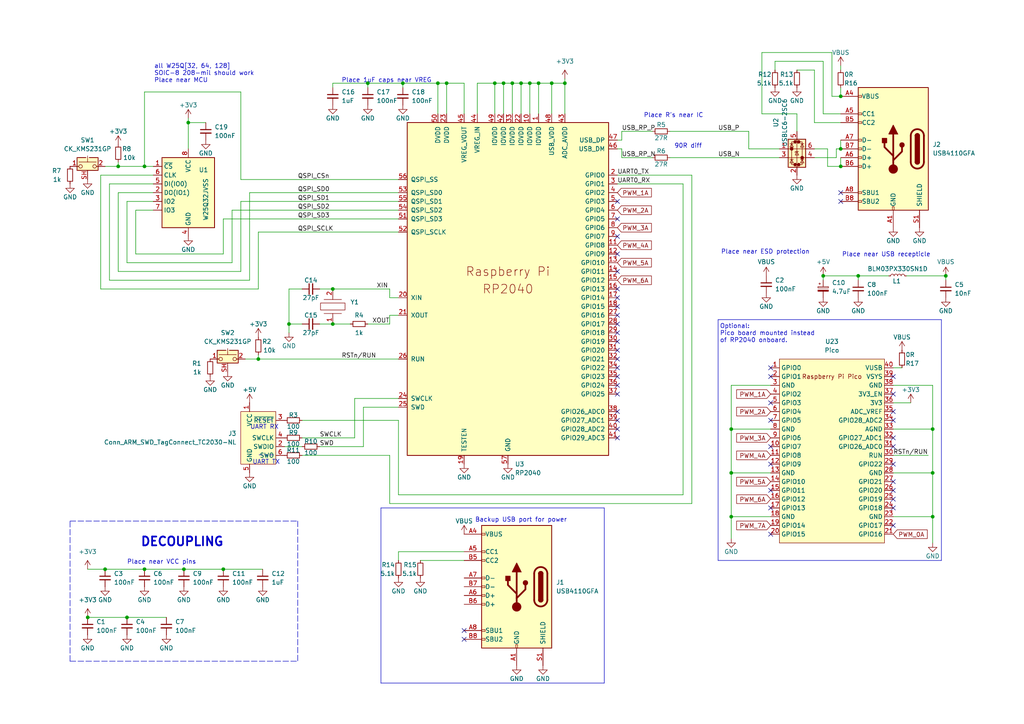
<source format=kicad_sch>
(kicad_sch (version 20231120) (generator "eeschema") (generator_version "8.0")
  (paper "A4")
  (junction (at 106.68 24.13))
  (junction (at 248.92 80.01))
  (junction (at 30.48 165.1))
  (junction (at 64.77 165.1))
  (junction (at 153.67 24.13))
  (junction (at 74.93 104.14))
  (junction (at 36.83 179.07))
  (junction (at 156.21 24.13))
  (junction (at 212.09 149.86))
  (junction (at 96.52 93.98))
  (junction (at 270.51 149.86))
  (junction (at 151.13 24.13))
  (junction (at 83.82 93.98))
  (junction (at 270.51 124.46))
  (junction (at 160.02 24.13))
  (junction (at 148.59 24.13))
  (junction (at 146.05 24.13))
  (junction (at 25.4396 179.07))
  (junction (at 53.34 165.1))
  (junction (at 238.76 80.01))
  (junction (at 116.84 24.13))
  (junction (at 143.51 24.13))
  (junction (at 243.84 27.94))
  (junction (at 243.84 48.26))
  (junction (at 243.84 43.18))
  (junction (at 129.54 24.13))
  (junction (at 274.32 80.01))
  (junction (at 212.09 124.46))
  (junction (at 41.91 48.26))
  (junction (at 34.29 48.26))
  (junction (at 163.83 24.13))
  (junction (at 270.51 137.16))
  (junction (at 127 24.13))
  (junction (at 54.61 35.56))
  (junction (at 41.91 165.1))
  (junction (at 96.52 83.82))
  (junction (at 212.09 137.16))
  (no_connect (at 179.07 73.66))
  (no_connect (at 259.08 144.78))
  (no_connect (at 179.07 114.3))
  (no_connect (at 179.07 121.92))
  (no_connect (at 223.52 129.54))
  (no_connect (at 179.07 91.44))
  (no_connect (at 179.07 119.38))
  (no_connect (at 259.08 114.3))
  (no_connect (at 179.07 96.52))
  (no_connect (at 179.07 106.68))
  (no_connect (at 179.07 58.42))
  (no_connect (at 259.08 119.38))
  (no_connect (at 179.07 88.9))
  (no_connect (at 223.52 154.94))
  (no_connect (at 259.08 121.92))
  (no_connect (at 259.08 142.24))
  (no_connect (at 259.08 134.62))
  (no_connect (at 179.07 111.76))
  (no_connect (at 259.08 152.4))
  (no_connect (at 259.08 139.7))
  (no_connect (at 243.84 55.88))
  (no_connect (at 223.52 109.22))
  (no_connect (at 223.52 134.62))
  (no_connect (at 223.52 142.24))
  (no_connect (at 243.84 58.42))
  (no_connect (at 179.07 99.06))
  (no_connect (at 259.08 127))
  (no_connect (at 179.07 127))
  (no_connect (at 179.07 109.22))
  (no_connect (at 223.52 121.92))
  (no_connect (at 134.62 182.88))
  (no_connect (at 179.07 86.36))
  (no_connect (at 179.07 93.98))
  (no_connect (at 259.08 129.54))
  (no_connect (at 223.52 106.68))
  (no_connect (at 223.52 147.32))
  (no_connect (at 259.08 147.32))
  (no_connect (at 179.07 83.82))
  (no_connect (at 259.08 109.22))
  (no_connect (at 179.07 78.74))
  (no_connect (at 223.52 116.84))
  (no_connect (at 179.07 63.5))
  (no_connect (at 179.07 101.6))
  (no_connect (at 134.62 185.42))
  (no_connect (at 179.07 68.58))
  (no_connect (at 179.07 104.14))
  (no_connect (at 179.07 124.46))
  (wire (pts (xy 115.57 143.51) (xy 198.12 143.51)))
  (polyline (pts (xy 86.36 151.13) (xy 86.36 191.77)) (stroke (width 0) (type dash)))
  (wire (pts (xy 41.91 26.67) (xy 69.85 26.67)))
  (wire (pts (xy 54.61 35.56) (xy 54.61 43.18)))
  (wire (pts (xy 238.76 80.01) (xy 248.92 80.01)))
  (polyline (pts (xy 208.28 92.71) (xy 273.05 92.71)))
  (wire (pts (xy 198.12 143.51) (xy 198.12 53.34)))
  (wire (pts (xy 270.51 137.16) (xy 259.08 137.16)))
  (wire (pts (xy 29.21 50.8) (xy 29.21 83.82)))
  (wire (pts (xy 39.37 73.66) (xy 64.77 73.66)))
  (wire (pts (xy 180.34 40.64) (xy 179.07 40.64)))
  (wire (pts (xy 243.84 19.05) (xy 243.84 20.32)))
  (wire (pts (xy 83.82 83.82) (xy 87.63 83.82)))
  (wire (pts (xy 180.34 45.72) (xy 180.34 43.18)))
  (wire (pts (xy 87.63 132.08) (xy 113.03 132.08)))
  (wire (pts (xy 30.48 48.26) (xy 34.29 48.26)))
  (wire (pts (xy 74.93 67.31) (xy 115.57 67.31)))
  (wire (pts (xy 121.92 162.56) (xy 134.62 162.56)))
  (polyline (pts (xy 175.26 198.12) (xy 110.49 198.12)))
  (wire (pts (xy 92.71 83.82) (xy 96.52 83.82)))
  (wire (pts (xy 113.03 146.05) (xy 200.66 146.05)))
  (wire (pts (xy 236.22 45.72) (xy 242.57 45.72)))
  (wire (pts (xy 87.63 127) (xy 102.87 127)))
  (wire (pts (xy 83.82 96.52) (xy 83.82 93.98)))
  (wire (pts (xy 248.92 80.01) (xy 248.92 81.28)))
  (wire (pts (xy 44.45 53.34) (xy 31.75 53.34)))
  (wire (pts (xy 238.76 80.01) (xy 238.76 81.28)))
  (wire (pts (xy 243.84 45.72) (xy 243.84 48.26)))
  (wire (pts (xy 217.17 38.1) (xy 194.31 38.1)))
  (wire (pts (xy 241.3 27.94) (xy 243.84 27.94)))
  (wire (pts (xy 34.29 48.26) (xy 41.91 48.26)))
  (wire (pts (xy 129.54 24.13) (xy 129.54 33.02)))
  (wire (pts (xy 54.61 35.56) (xy 54.61 34.29)))
  (wire (pts (xy 143.51 33.02) (xy 143.51 24.13)))
  (wire (pts (xy 212.09 124.46) (xy 223.52 124.46)))
  (wire (pts (xy 160.02 24.13) (xy 163.83 24.13)))
  (wire (pts (xy 129.54 24.13) (xy 127 24.13)))
  (wire (pts (xy 105.41 118.11) (xy 105.41 129.54)))
  (wire (pts (xy 270.51 149.86) (xy 270.51 137.16)))
  (wire (pts (xy 262.89 80.01) (xy 274.32 80.01)))
  (wire (pts (xy 83.82 93.98) (xy 83.82 83.82)))
  (wire (pts (xy 92.71 93.98) (xy 96.52 93.98)))
  (wire (pts (xy 25.4396 179.07) (xy 36.83 179.07)))
  (wire (pts (xy 72.39 81.28) (xy 72.39 55.88)))
  (wire (pts (xy 242.57 43.18) (xy 243.84 43.18)))
  (wire (pts (xy 71.12 104.14) (xy 74.93 104.14)))
  (polyline (pts (xy 20.32 151.13) (xy 86.36 151.13)) (stroke (width 0) (type dash)))
  (wire (pts (xy 87.63 129.54) (xy 82.55 129.54)))
  (wire (pts (xy 163.83 22.86) (xy 163.83 24.13)))
  (wire (pts (xy 200.66 50.8) (xy 179.07 50.8)))
  (wire (pts (xy 113.03 86.36) (xy 113.03 83.82)))
  (wire (pts (xy 220.98 33.02) (xy 220.98 15.24)))
  (wire (pts (xy 248.92 80.01) (xy 257.81 80.01)))
  (wire (pts (xy 194.31 45.72) (xy 226.06 45.72)))
  (wire (pts (xy 72.39 55.88) (xy 115.57 55.88)))
  (wire (pts (xy 259.08 132.08) (xy 269.24 132.08)))
  (wire (pts (xy 212.09 137.16) (xy 212.09 124.46)))
  (wire (pts (xy 156.21 24.13) (xy 160.02 24.13)))
  (polyline (pts (xy 273.05 162.56) (xy 208.28 162.56)))
  (wire (pts (xy 156.21 24.13) (xy 156.21 33.02)))
  (wire (pts (xy 41.91 48.26) (xy 44.45 48.26)))
  (wire (pts (xy 224.79 17.78) (xy 224.79 20.32)))
  (wire (pts (xy 116.84 24.13) (xy 116.84 25.4)))
  (wire (pts (xy 146.05 24.13) (xy 148.59 24.13)))
  (wire (pts (xy 69.85 52.07) (xy 115.57 52.07)))
  (wire (pts (xy 96.52 24.13) (xy 106.68 24.13)))
  (polyline (pts (xy 273.05 92.71) (xy 273.05 162.56)))
  (wire (pts (xy 29.21 83.82) (xy 74.93 83.82)))
  (wire (pts (xy 44.45 60.96) (xy 39.37 60.96)))
  (wire (pts (xy 115.57 121.92) (xy 115.57 143.51)))
  (polyline (pts (xy 110.49 147.32) (xy 110.49 198.12)))
  (wire (pts (xy 160.02 24.13) (xy 160.02 33.02)))
  (wire (pts (xy 212.09 111.76) (xy 223.52 111.76)))
  (wire (pts (xy 115.57 86.36) (xy 113.03 86.36)))
  (wire (pts (xy 64.77 165.1) (xy 53.34 165.1)))
  (wire (pts (xy 217.17 43.18) (xy 226.06 43.18)))
  (wire (pts (xy 180.34 43.18) (xy 179.07 43.18)))
  (wire (pts (xy 148.59 24.13) (xy 148.59 33.02)))
  (wire (pts (xy 31.75 53.34) (xy 31.75 81.28)))
  (wire (pts (xy 64.77 73.66) (xy 64.77 63.5)))
  (wire (pts (xy 138.43 33.02) (xy 138.43 24.13)))
  (wire (pts (xy 41.91 48.26) (xy 41.91 26.67)))
  (wire (pts (xy 59.69 35.56) (xy 54.61 35.56)))
  (wire (pts (xy 96.52 24.13) (xy 96.52 25.4)))
  (wire (pts (xy 74.93 83.82) (xy 74.93 67.31)))
  (wire (pts (xy 67.31 60.96) (xy 115.57 60.96)))
  (wire (pts (xy 64.77 63.5) (xy 115.57 63.5)))
  (polyline (pts (xy 110.49 147.32) (xy 175.26 147.32)))
  (wire (pts (xy 36.83 76.2) (xy 67.31 76.2)))
  (wire (pts (xy 34.29 55.88) (xy 34.29 78.74)))
  (wire (pts (xy 259.08 116.84) (xy 264.16 116.84)))
  (wire (pts (xy 113.03 132.08) (xy 113.03 146.05)))
  (wire (pts (xy 217.17 38.1) (xy 217.17 43.18)))
  (wire (pts (xy 69.85 78.74) (xy 69.85 58.42)))
  (wire (pts (xy 116.84 24.13) (xy 106.68 24.13)))
  (wire (pts (xy 44.45 58.42) (xy 36.83 58.42)))
  (wire (pts (xy 87.63 121.92) (xy 115.57 121.92)))
  (wire (pts (xy 270.51 124.46) (xy 270.51 111.76)))
  (wire (pts (xy 36.83 179.07) (xy 48.26 179.07)))
  (wire (pts (xy 69.85 26.67) (xy 69.85 52.07)))
  (wire (pts (xy 212.09 137.16) (xy 223.52 137.16)))
  (wire (pts (xy 74.93 104.14) (xy 115.57 104.14)))
  (wire (pts (xy 240.03 48.26) (xy 243.84 48.26)))
  (wire (pts (xy 74.93 102.87) (xy 74.93 104.14)))
  (wire (pts (xy 189.23 45.72) (xy 180.34 45.72)))
  (wire (pts (xy 270.51 157.48) (xy 270.51 149.86)))
  (wire (pts (xy 151.13 24.13) (xy 151.13 33.02)))
  (wire (pts (xy 34.29 46.99) (xy 34.29 48.26)))
  (wire (pts (xy 44.45 55.88) (xy 34.29 55.88)))
  (wire (pts (xy 151.13 24.13) (xy 153.67 24.13)))
  (wire (pts (xy 36.83 58.42) (xy 36.83 76.2)))
  (wire (pts (xy 67.31 76.2) (xy 67.31 60.96)))
  (wire (pts (xy 115.57 160.02) (xy 134.62 160.02)))
  (wire (pts (xy 102.87 115.57) (xy 115.57 115.57)))
  (wire (pts (xy 105.41 129.54) (xy 92.71 129.54)))
  (wire (pts (xy 236.22 20.32) (xy 236.22 35.56)))
  (wire (pts (xy 25.4396 179.07) (xy 25.4 179.07)))
  (polyline (pts (xy 208.28 92.71) (xy 208.28 162.56)))
  (wire (pts (xy 200.66 146.05) (xy 200.66 50.8)))
  (wire (pts (xy 53.34 165.1) (xy 41.91 165.1)))
  (wire (pts (xy 274.32 81.28) (xy 274.32 80.01)))
  (wire (pts (xy 69.85 58.42) (xy 115.57 58.42)))
  (wire (pts (xy 236.22 43.18) (xy 240.03 43.18)))
  (wire (pts (xy 241.3 15.24) (xy 241.3 27.94)))
  (wire (pts (xy 134.62 33.02) (xy 134.62 24.13)))
  (wire (pts (xy 31.75 81.28) (xy 72.39 81.28)))
  (wire (pts (xy 238.76 33.02) (xy 238.76 17.78)))
  (wire (pts (xy 270.51 111.76) (xy 259.08 111.76)))
  (wire (pts (xy 96.52 93.98) (xy 101.6 93.98)))
  (wire (pts (xy 270.51 137.16) (xy 270.51 124.46)))
  (wire (pts (xy 39.37 60.96) (xy 39.37 73.66)))
  (wire (pts (xy 259.08 124.46) (xy 270.51 124.46)))
  (wire (pts (xy 212.09 124.46) (xy 212.09 111.76)))
  (wire (pts (xy 148.59 24.13) (xy 151.13 24.13)))
  (wire (pts (xy 242.57 45.72) (xy 242.57 43.18)))
  (wire (pts (xy 44.45 50.8) (xy 29.21 50.8)))
  (wire (pts (xy 243.84 25.4) (xy 243.84 27.94)))
  (wire (pts (xy 153.67 24.13) (xy 153.67 33.02)))
  (wire (pts (xy 238.76 17.78) (xy 224.79 17.78)))
  (wire (pts (xy 220.98 15.24) (xy 241.3 15.24)))
  (wire (pts (xy 102.87 127) (xy 102.87 115.57)))
  (wire (pts (xy 115.57 160.02) (xy 115.57 162.56)))
  (wire (pts (xy 105.41 118.11) (xy 115.57 118.11)))
  (wire (pts (xy 231.14 20.32) (xy 236.22 20.32)))
  (wire (pts (xy 212.09 156.21) (xy 212.09 149.86)))
  (wire (pts (xy 261.62 106.68) (xy 259.08 106.68)))
  (wire (pts (xy 113.03 93.98) (xy 113.03 91.44)))
  (wire (pts (xy 153.67 24.13) (xy 156.21 24.13)))
  (wire (pts (xy 240.03 43.18) (xy 240.03 48.26)))
  (wire (pts (xy 243.84 33.02) (xy 238.76 33.02)))
  (polyline (pts (xy 20.32 191.77) (xy 20.32 151.13)) (stroke (width 0) (type dash)))
  (wire (pts (xy 138.43 24.13) (xy 143.51 24.13)))
  (wire (pts (xy 163.83 24.13) (xy 163.83 33.02)))
  (wire (pts (xy 236.22 35.56) (xy 243.84 35.56)))
  (wire (pts (xy 243.84 40.64) (xy 243.84 43.18)))
  (wire (pts (xy 180.34 38.1) (xy 180.34 40.64)))
  (wire (pts (xy 212.09 149.86) (xy 223.52 149.86)))
  (wire (pts (xy 25.4 165.1) (xy 30.48 165.1)))
  (wire (pts (xy 113.03 91.44) (xy 115.57 91.44)))
  (wire (pts (xy 106.68 24.13) (xy 106.68 25.4)))
  (wire (pts (xy 189.23 38.1) (xy 180.34 38.1)))
  (wire (pts (xy 96.52 83.82) (xy 113.03 83.82)))
  (wire (pts (xy 64.77 165.1) (xy 76.2 165.1)))
  (wire (pts (xy 34.29 78.74) (xy 69.85 78.74)))
  (wire (pts (xy 41.91 165.1) (xy 30.48 165.1)))
  (wire (pts (xy 127 24.13) (xy 127 33.02)))
  (wire (pts (xy 270.51 149.86) (xy 259.08 149.86)))
  (wire (pts (xy 146.05 24.13) (xy 146.05 33.02)))
  (polyline (pts (xy 175.26 147.32) (xy 175.26 198.12)))
  (wire (pts (xy 212.09 149.86) (xy 212.09 137.16)))
  (wire (pts (xy 231.14 33.02) (xy 220.98 33.02)))
  (wire (pts (xy 134.62 24.13) (xy 129.54 24.13)))
  (wire (pts (xy 127 24.13) (xy 116.84 24.13)))
  (wire (pts (xy 231.14 38.1) (xy 231.14 33.02)))
  (wire (pts (xy 198.12 53.34) (xy 179.07 53.34)))
  (wire (pts (xy 143.51 24.13) (xy 146.05 24.13)))
  (wire (pts (xy 83.82 93.98) (xy 87.63 93.98)))
  (polyline (pts (xy 20.32 191.77) (xy 86.36 191.77)) (stroke (width 0) (type dash)))
  (wire (pts (xy 106.68 93.98) (xy 113.03 93.98)))
  (text "Place near USB recepticle" (at 257.048 73.914 0) (effects (font (size 1.27 1.27))))
  (text "Place R's near IC" (at 186.69 34.29 0) (effects (font (size 1.27 1.27)) (justify left bottom)))
  (text "---\nUART TX" (at 77.216 133.096 0) (effects (font (size 1.27 1.27))))
  (text "Optional: \nPico board mounted instead \nof RP2040 onboard." (at 208.788 96.774 0) (effects (font (size 1.27 1.27)) (justify left)))
  (text "---\nUART RX" (at 76.708 122.936 0) (effects (font (size 1.27 1.27))))
  (text "Place near ESD protection" (at 221.996 73.152 0) (effects (font (size 1.27 1.27))))
  (text "all W25Q[32, 64, 128]\nSOIC-8 208-mil should work\nPlace near MCU" (at 44.704 24.13 0) (effects (font (size 1.27 1.27)) (justify left bottom)))
  (text "Place 1uF caps near VREG" (at 99.06 24.13 0) (effects (font (size 1.27 1.27)) (justify left bottom)))
  (text "Place near VCC pins" (at 36.83 163.83 0) (effects (font (size 1.27 1.27)) (justify left bottom)))
  (text "90R diff" (at 195.58 43.18 0) (effects (font (size 1.27 1.27)) (justify left bottom)))
  (text "DECOUPLING" (at 40.64 158.75 0) (effects (font (size 2.54 2.54) (thickness 0.508) (bold yes)) (justify left bottom)))
  (text "Backup USB port for power" (at 151.13 150.876 0) (effects (font (size 1.27 1.27))))
  (label "USB_N" (at 208.28 45.72 0))
  (label "USB_RP_P" (at 180.34 38.1 0))
  (label "QSPI_CSn" (at 86.36 52.07 0))
  (label "RSTn{slash}RUN" (at 99.06 104.14 0))
  (label "SWCLK" (at 92.71 127 0))
  (label "QSPI_SD1" (at 86.36 58.42 0))
  (label "XOUT" (at 107.95 93.98 0))
  (label "QSPI_SD3" (at 86.36 63.5 0))
  (label "USB_RP_N" (at 180.34 45.72 0))
  (label "USB_P" (at 208.28 38.1 0))
  (label "QSPI_SD0" (at 86.36 55.88 0))
  (label "RSTn{slash}RUN" (at 259.08 132.08 0))
  (label "UART0_TX" (at 179.07 50.8 0))
  (label "XIN" (at 109.22 83.82 0))
  (label "SWD" (at 92.71 129.54 0))
  (label "QSPI_SCLK" (at 86.36 67.31 0))
  (label "QSPI_SD2" (at 86.36 60.96 0))
  (label "UART0_RX" (at 179.07 53.34 0))
  (global_label "PWM_1A" (shape input) (at 223.52 114.3 180) (property "Intersheetrefs" "${INTERSHEET_REFS}" (effects (hide yes))))
  (global_label "PWM_6A" (shape input) (at 179.07 81.28 0) (property "Intersheetrefs" "${INTERSHEET_REFS}" (effects (hide yes))))
  (global_label "PWM_5A" (shape input) (at 179.07 76.2 0) (property "Intersheetrefs" "${INTERSHEET_REFS}" (effects (hide yes))))
  (global_label "PWM_1A" (shape input) (at 179.07 55.88 0) (property "Intersheetrefs" "${INTERSHEET_REFS}" (effects (hide yes))))
  (global_label "PWM_6A" (shape input) (at 223.52 144.78 180) (property "Intersheetrefs" "${INTERSHEET_REFS}" (effects (hide yes))))
  (global_label "PWM_5A" (shape input) (at 223.52 139.7 180) (property "Intersheetrefs" "${INTERSHEET_REFS}" (effects (hide yes))))
  (global_label "PWM_3A" (shape input) (at 223.52 127 180) (property "Intersheetrefs" "${INTERSHEET_REFS}" (effects (hide yes))))
  (global_label "PWM_7A" (shape input) (at 223.52 152.4 180) (property "Intersheetrefs" "${INTERSHEET_REFS}" (effects (hide yes))))
  (global_label "PWM_4A" (shape input) (at 223.52 132.08 180) (property "Intersheetrefs" "${INTERSHEET_REFS}" (effects (hide yes))))
  (global_label "PWM_4A" (shape input) (at 179.07 71.12 0) (property "Intersheetrefs" "${INTERSHEET_REFS}" (effects (hide yes))))
  (global_label "PWM_3A" (shape input) (at 179.07 66.04 0) (property "Intersheetrefs" "${INTERSHEET_REFS}" (effects (hide yes))))
  (global_label "PWM_0A" (shape input) (at 259.08 154.94 0) (property "Intersheetrefs" "${INTERSHEET_REFS}" (effects (hide yes))))
  (global_label "PWM_2A" (shape input) (at 223.52 119.38 180) (property "Intersheetrefs" "${INTERSHEET_REFS}" (effects (hide yes))))
  (global_label "PWM_2A" (shape input) (at 179.07 60.96 0) (property "Intersheetrefs" "${INTERSHEET_REFS}" (effects (hide yes))))
  (symbol (lib_id "Device:R_Small") (at 85.09 121.92 90) (unit 1)
    (property "Reference" "R3" (at 85.09 120.396 90))
    (property "Value" "100" (at 85.09 123.698 90))
    (property "Footprint" "Resistor_SMD:R_0402_1005Metric" (effects (hide yes)))
    (property "LCSC" "C279981" (effects (hide yes)))
  )
  (symbol (lib_id "power:VBUS") (at 261.62 101.6 0) (unit 1)
    (property "Reference" "#PWR200" (effects (hide yes)))
    (property "Value" "VBUS" (at 261.62 97.79 0))
    (property "Description" "Power symbol creates a global label with name \"VBUS\"" (effects (hide yes)))
  )
  (symbol (lib_id "power:+3V3") (at 163.83 22.86 0) (unit 1)
    (property "Reference" "#PWR39" (effects (hide yes)))
    (property "Value" "+3V3" (at 163.83 17.78 0))
  )
  (symbol (lib_id "power:GND") (at 149.86 193.04 0) (unit 1)
    (property "Reference" "#PWR101" (effects (hide yes)))
    (property "Value" "GND" (at 149.86 196.85 0))
  )
  (symbol (lib_id "Device:C_Small") (at 64.77 167.64 0) (unit 1)
    (property "Reference" "C11" (at 67.31 166.3762 0) (effects (justify left)))
    (property "Value" "100nF" (at 67.31 168.9162 0) (effects (justify left)))
    (property "Footprint" "Capacitor_SMD:C_0402_1005Metric" (effects (hide yes)))
    (property "LCSC" "C1525" (effects (hide yes)))
  )
  (symbol (lib_id "power:GND") (at 157.48 193.04 0) (unit 1)
    (property "Reference" "#PWR102" (effects (hide yes)))
    (property "Value" "GND" (at 157.48 196.85 0))
  )
  (symbol (lib_id "power:GND") (at 36.83 184.15 0) (unit 1)
    (property "Reference" "#PWR7" (effects (hide yes)))
    (property "Value" "GND" (at 36.83 187.96 0))
  )
  (symbol (lib_id "Device:R_Small") (at 231.14 22.86 0) (unit 1)
    (property "Reference" "R13" (at 230.124 21.59 0) (effects (justify right)))
    (property "Value" "5.1k" (at 230.124 24.13 0) (effects (justify right)))
    (property "Footprint" "Resistor_SMD:R_0402_1005Metric" (effects (hide yes)))
    (property "LCSC" "C279981" (effects (hide yes)))
  )
  (symbol (lib_id "power:GND") (at 60.96 109.22 0) (mirror y) (unit 1)
    (property "Reference" "#PWR25" (effects (hide yes)))
    (property "Value" "GND" (at 60.96 113.03 0))
  )
  (symbol (lib_id "power:GND") (at 25.4 184.15 0) (unit 1)
    (property "Reference" "#PWR2" (effects (hide yes)))
    (property "Value" "GND" (at 25.4 187.96 0))
  )
  (symbol (lib_id "Device:C_Polarized_Small") (at 238.76 83.82 0) (unit 1)
    (property "Reference" "C10" (at 241.3 82.0038 0) (effects (justify left)))
    (property "Value" "4.7uF" (at 241.3 84.5438 0) (effects (justify left)))
    (property "Footprint" "Capacitor_SMD:C_Elec_4x5.4" (effects (hide yes)))
    (property "Description" "Polarized capacitor, small symbol" (effects (hide yes)))
    (property "Part Number" "865080640004" (effects (hide yes)))
  )
  (symbol (lib_id "Connector:USB_C_Receptacle_USB2.0_16P") (at 259.08 43.18 0) (mirror y) (unit 1)
    (property "Reference" "J2" (at 270.51 41.9099 0) (effects (justify right)))
    (property "Value" "USB4110GFA" (at 270.51 44.4499 0) (effects (justify right)))
    (property "Footprint" "USB4110GFA_footprints:USB4110-GF-A_GCT" (effects (hide yes)))
    (property "Datasheet" "https://www.usb.org/sites/default/files/documents/usb_type-c.zip" (effects (hide yes)))
    (property "Description" "USB 2.0-only 16P Type-C Receptacle connector" (effects (hide yes)))
  )
  (symbol (lib_id "Device:R_Small") (at 121.92 165.1 0) (unit 1)
    (property "Reference" "R15" (at 120.904 163.83 0) (effects (justify right)))
    (property "Value" "5.1k" (at 120.904 166.37 0) (effects (justify right)))
    (property "Footprint" "Resistor_SMD:R_0402_1005Metric" (effects (hide yes)))
    (property "LCSC" "C279981" (effects (hide yes)))
  )
  (symbol (lib_id "Power_Protection:USBLC6-2SC6") (at 231.14 43.18 0) (unit 1)
    (property "Reference" "U2" (at 225.044 35.56 90))
    (property "Value" "USBLC6-2SC6" (at 227.584 35.56 90))
    (property "Footprint" "Package_TO_SOT_SMD:SOT-23-6" (effects (hide yes)))
    (property "Datasheet" "https://www.st.com/resource/en/datasheet/usblc6-2.pdf" (effects (hide yes)))
    (property "Description" "Very low capacitance ESD protection diode, 2 data-line, SOT-23-6" (effects (hide yes)))
  )
  (symbol (lib_id "power:GND") (at 66.04 107.95 0) (mirror y) (unit 1)
    (property "Reference" "#PWR26" (effects (hide yes)))
    (property "Value" "GND" (at 66.04 111.76 0))
  )
  (symbol (lib_id "Device:C_Small") (at 76.2 167.64 0) (unit 1)
    (property "Reference" "C12" (at 78.74 166.3762 0) (effects (justify left)))
    (property "Value" "1uF" (at 78.74 168.9162 0) (effects (justify left)))
    (property "Footprint" "Capacitor_SMD:C_0402_1005Metric" (effects (hide yes)))
    (property "LCSC" "C52923" (effects (hide yes)))
  )
  (symbol (lib_id "power:GND") (at 222.25 85.09 0) (mirror y) (unit 1)
    (property "Reference" "#PWR16" (effects (hide yes)))
    (property "Value" "GND" (at 222.25 88.9 0))
  )
  (symbol (lib_id "Device:C_Small") (at 53.34 167.64 0) (unit 1)
    (property "Reference" "C9" (at 55.88 166.3762 0) (effects (justify left)))
    (property "Value" "100nF" (at 55.88 168.9162 0) (effects (justify left)))
    (property "Footprint" "Capacitor_SMD:C_0402_1005Metric" (effects (hide yes)))
    (property "LCSC" "C1525" (effects (hide yes)))
  )
  (symbol (lib_id "Device:R_Small") (at 90.17 129.54 90) (unit 1)
    (property "Reference" "R10" (at 90.17 128.016 90))
    (property "Value" "100" (at 90.17 131.318 90))
    (property "Footprint" "Resistor_SMD:R_0402_1005Metric" (effects (hide yes)))
    (property "LCSC" "C279981" (effects (hide yes)))
  )
  (symbol (lib_id "Device:C_Small") (at 90.17 83.82 90) (unit 1)
    (property "Reference" "C14" (at 90.17 81.28 90))
    (property "Value" "27pF" (at 90.17 86.36 90))
    (property "Footprint" "Capacitor_SMD:C_0402_1005Metric" (effects (hide yes)))
    (property "LCSC" "C126504" (effects (hide yes)))
  )
  (symbol (lib_id "Device:R_Small") (at 243.84 22.86 180) (unit 1)
    (property "Reference" "R16" (at 244.856 24.13 0) (effects (justify right)))
    (property "Value" "0R" (at 244.856 21.59 0) (effects (justify right)))
    (property "Footprint" "Resistor_SMD:R_0402_1005Metric" (effects (hide yes)))
    (property "LCSC" "C279981" (effects (hide yes)))
  )
  (symbol (lib_id "power:GND") (at 115.57 167.64 0) (mirror y) (unit 1)
    (property "Reference" "#PWR91" (effects (hide yes)))
    (property "Value" "GND" (at 115.57 171.45 0))
  )
  (symbol (lib_id "Device:R_Small") (at 104.14 93.98 90) (unit 1)
    (property "Reference" "R4" (at 104.14 91.44 90))
    (property "Value" "1k" (at 104.14 96.52 90))
    (property "Footprint" "Resistor_SMD:R_0402_1005Metric" (effects (hide yes)))
    (property "LCSC" "C11702" (effects (hide yes)))
  )
  (symbol (lib_id "Device:C_Small") (at 41.91 167.64 0) (unit 1)
    (property "Reference" "C6" (at 44.45 166.3762 0) (effects (justify left)))
    (property "Value" "100nF" (at 44.45 168.9162 0) (effects (justify left)))
    (property "Footprint" "Capacitor_SMD:C_0402_1005Metric" (effects (hide yes)))
    (property "LCSC" "C1525" (effects (hide yes)))
  )
  (symbol (lib_id "Device:C_Small") (at 106.68 27.94 0) (unit 1)
    (property "Reference" "C17" (at 109.22 26.6762 0) (effects (justify left)))
    (property "Value" "100nF" (at 109.22 29.2162 0) (effects (justify left)))
    (property "Footprint" "Capacitor_SMD:C_0402_1005Metric" (effects (hide yes)))
    (property "LCSC" "C1525" (effects (hide yes)))
  )
  (symbol (lib_id "Device:C_Small") (at 90.17 93.98 90) (unit 1)
    (property "Reference" "C15" (at 90.17 91.44 90))
    (property "Value" "27pF" (at 90.17 96.52 90))
    (property "Footprint" "Capacitor_SMD:C_0402_1005Metric" (effects (hide yes)))
    (property "LCSC" "C126504" (effects (hide yes)))
  )
  (symbol (lib_id "MCU_RaspberryPi_RP2040:RP2040") (at 147.32 83.82 0) (unit 1)
    (property "Reference" "U3" (at 149.3394 134.62 0) (effects (justify left)))
    (property "Value" "RP2040" (at 149.3394 137.16 0) (effects (justify left)))
    (property "Footprint" "Package_DFN_QFN:QFN-56-1EP_7x7mm_P0.4mm_EP3.2x3.2mm_ThermalVias" (effects (hide yes)))
    (property "LCSC" "C2040" (effects (hide yes)))
  )
  (symbol (lib_id "Device:C_Small") (at 274.32 83.82 0) (unit 1)
    (property "Reference" "C5" (at 276.86 82.5562 0) (effects (justify left)))
    (property "Value" "10nF" (at 276.86 85.0962 0) (effects (justify left)))
    (property "Footprint" "Capacitor_SMD:C_0402_1005Metric" (effects (hide yes)))
    (property "LCSC" "C1525" (effects (hide yes)))
  )
  (symbol (lib_id "Device:C_Small") (at 116.84 27.94 0) (unit 1)
    (property "Reference" "C18" (at 119.38 26.6762 0) (effects (justify left)))
    (property "Value" "100nF" (at 119.38 29.2162 0) (effects (justify left)))
    (property "Footprint" "Capacitor_SMD:C_0402_1005Metric" (effects (hide yes)))
    (property "LCSC" "C1525" (effects (hide yes)))
  )
  (symbol (lib_id "Device:R_Small") (at 60.96 106.68 0) (unit 1)
    (property "Reference" "R1" (at 58.42 105.4099 0) (effects (justify right)))
    (property "Value" "1k" (at 58.42 107.9499 0) (effects (justify right)))
    (property "Footprint" "Resistor_SMD:R_0402_1005Metric" (effects (hide yes)))
    (property "LCSC" "C279981" (effects (hide yes)))
  )
  (symbol (lib_id "power:GND") (at 266.7 66.04 0) (unit 1)
    (property "Reference" "#PWR10" (effects (hide yes)))
    (property "Value" "GND" (at 266.7 69.85 0))
  )
  (symbol (lib_id "Device:R_Small") (at 20.32 50.8 0) (unit 1)
    (property "Reference" "R7" (at 17.78 49.5299 0) (effects (justify right)))
    (property "Value" "1k" (at 17.78 52.0699 0) (effects (justify right)))
    (property "Footprint" "Resistor_SMD:R_0402_1005Metric" (effects (hide yes)))
    (property "LCSC" "C279981" (effects (hide yes)))
  )
  (symbol (lib_id "Switch:CK_KMS2xxGP") (at 25.4 48.26 0) (unit 1)
    (property "Reference" "SW1" (at 25.4 40.64 0))
    (property "Value" "CK_KMS231GP" (at 25.4 43.18 0))
    (property "Footprint" "Button_Switch_SMD:SW_SPST_CK_KMS2xxGP" (effects (hide yes)))
    (property "Datasheet" "https://www.ckswitches.com/media/1482/kms.pdf" (effects (hide yes)))
    (property "Description" "Microminiature SMT Side Actuated, 4.2 x 2.8 x 1.42mm, with pegs, with shield pin" (effects (hide yes)))
  )
  (symbol (lib_id "power:GND") (at 248.92 86.36 0) (unit 1)
    (property "Reference" "#PWR21" (effects (hide yes)))
    (property "Value" "GND" (at 248.92 90.17 0))
  )
  (symbol (lib_id "power:VBUS") (at 274.32 80.01 0) (unit 1)
    (property "Reference" "#PWR19" (effects (hide yes)))
    (property "Value" "VBUS" (at 274.32 75.946 0))
    (property "Description" "Power symbol creates a global label with name \"VBUS\"" (effects (hide yes)))
  )
  (symbol (lib_id "Device:R_Small") (at 85.09 132.08 90) (unit 1)
    (property "Reference" "R11" (at 85.09 130.556 90))
    (property "Value" "100" (at 85.09 133.858 90))
    (property "Footprint" "Resistor_SMD:R_0402_1005Metric" (effects (hide yes)))
    (property "LCSC" "C279981" (effects (hide yes)))
  )
  (symbol (lib_id "Device:R_Small") (at 74.93 100.33 0) (unit 1)
    (property "Reference" "R2" (at 78.74 99.06 0) (effects (justify right)))
    (property "Value" "10k" (at 80.01 101.6 0) (effects (justify right)))
    (property "Footprint" "Resistor_SMD:R_0402_1005Metric" (effects (hide yes)))
    (property "LCSC" "C140214" (effects (hide yes)))
  )
  (symbol (lib_id "power:+3V3") (at 25.4 165.1 0) (unit 1)
    (property "Reference" "#PWR1" (effects (hide yes)))
    (property "Value" "+3V3" (at 25.4 160.02 0))
  )
  (symbol (lib_id "power:+3V3") (at 54.61 34.29 0) (mirror y) (unit 1)
    (property "Reference" "#PWR31" (effects (hide yes)))
    (property "Value" "+3V3" (at 54.61 30.48 0))
  )
  (symbol (lib_id "Device:R_Small") (at 191.77 38.1 90) (unit 1)
    (property "Reference" "R5" (at 191.77 36.195 90))
    (property "Value" "27R" (at 191.77 40.005 90))
    (property "Footprint" "Resistor_SMD:R_0402_1005Metric" (effects (hide yes)))
    (property "LCSC" "C25100" (effects (hide yes)))
  )
  (symbol (lib_id "power:GND") (at 20.32 53.34 0) (mirror y) (unit 1)
    (property "Reference" "#PWR41" (effects (hide yes)))
    (property "Value" "GND" (at 20.32 57.15 0))
  )
  (symbol (lib_id "Device:R_Small") (at 261.62 104.14 180) (unit 1)
    (property "Reference" "R17" (at 262.636 105.41 0) (effects (justify right)))
    (property "Value" "0R" (at 262.636 102.87 0) (effects (justify right)))
    (property "Footprint" "Resistor_SMD:R_0402_1005Metric" (effects (hide yes)))
    (property "LCSC" "C279981" (effects (hide yes)))
  )
  (symbol (lib_id "Memory_Flash:W25Q32JVSS") (at 54.61 55.88 0) (unit 1)
    (property "Reference" "U1" (at 57.658 49.276 0) (effects (justify left)))
    (property "Value" "W25Q32JVSS" (at 59.69 64.008 90) (effects (justify left)))
    (property "Footprint" "Package_SO:SOIC-8_5.23x5.23mm_P1.27mm" (effects (hide yes)))
    (property "Datasheet" "http://www.winbond.com/resource-files/w25q32jv%20revg%2003272018%20plus.pdf" (effects (hide yes)))
    (property "Description" "32Mb Serial Flash Memory, Standard/Dual/Quad SPI, SOIC-8" (effects (hide yes)))
  )
  (symbol (lib_id "power:+3V3") (at 264.16 116.84 0) (mirror y) (unit 1)
    (property "Reference" "#PWR201" (effects (hide yes)))
    (property "Value" "+3V3" (at 264.16 113.03 0))
  )
  (symbol (lib_id "power:+3V3") (at 34.29 41.91 0) (mirror y) (unit 1)
    (property "Reference" "#PWR42" (effects (hide yes)))
    (property "Value" "+3V3" (at 34.29 38.1 0))
  )
  (symbol (lib_id "Device:C_Small") (at 48.26 181.61 0) (unit 1)
    (property "Reference" "C7" (at 50.8 180.3462 0) (effects (justify left)))
    (property "Value" "100nF" (at 50.8 182.8862 0) (effects (justify left)))
    (property "Footprint" "Capacitor_SMD:C_0402_1005Metric" (effects (hide yes)))
    (property "LCSC" "C1525" (effects (hide yes)))
  )
  (symbol (lib_id "Device:C_Small") (at 36.83 181.61 0) (unit 1)
    (property "Reference" "C4" (at 39.37 180.3462 0) (effects (justify left)))
    (property "Value" "100nF" (at 39.37 182.8862 0) (effects (justify left)))
    (property "Footprint" "Capacitor_SMD:C_0402_1005Metric" (effects (hide yes)))
    (property "LCSC" "C1525" (effects (hide yes)))
  )
  (symbol (lib_id "power:GND") (at 25.4 52.07 0) (mirror y) (unit 1)
    (property "Reference" "#PWR40" (effects (hide yes)))
    (property "Value" "GND" (at 25.4 55.88 0))
  )
  (symbol (lib_id "power:GND") (at 121.92 167.64 0) (mirror y) (unit 1)
    (property "Reference" "#PWR97" (effects (hide yes)))
    (property "Value" "GND" (at 121.92 171.45 0))
  )
  (symbol (lib_id "power:GND") (at 72.39 137.16 0) (mirror y) (unit 1)
    (property "Reference" "#PWR28" (effects (hide yes)))
    (property "Value" "GND" (at 72.39 140.97 0))
  )
  (symbol (lib_id "power:GND") (at 48.26 184.15 0) (unit 1)
    (property "Reference" "#PWR14" (effects (hide yes)))
    (property "Value" "GND" (at 48.26 187.96 0))
  )
  (symbol (lib_id "Device:C_Small") (at 248.92 83.82 0) (unit 1)
    (property "Reference" "C8" (at 251.46 82.5562 0) (effects (justify left)))
    (property "Value" "100nF" (at 251.46 85.0962 0) (effects (justify left)))
    (property "Footprint" "Capacitor_SMD:C_0402_1005Metric" (effects (hide yes)))
    (property "LCSC" "C1525" (effects (hide yes)))
  )
  (symbol (lib_id "Switch:CK_KMS2xxGP") (at 66.04 104.14 0) (unit 1)
    (property "Reference" "SW2" (at 66.04 96.52 0))
    (property "Value" "CK_KMS231GP" (at 66.04 99.06 0))
    (property "Footprint" "Button_Switch_SMD:SW_SPST_CK_KMS2xxGP" (effects (hide yes)))
    (property "Datasheet" "https://www.ckswitches.com/media/1482/kms.pdf" (effects (hide yes)))
    (property "Description" "Microminiature SMT Side Actuated, 4.2 x 2.8 x 1.42mm, with pegs, with shield pin" (effects (hide yes)))
  )
  (symbol (lib_id "Device:R_Small") (at 115.57 165.1 0) (unit 1)
    (property "Reference" "R14" (at 114.554 163.83 0) (effects (justify right)))
    (property "Value" "5.1k" (at 114.554 166.37 0) (effects (justify right)))
    (property "Footprint" "Resistor_SMD:R_0402_1005Metric" (effects (hide yes)))
    (property "LCSC" "C279981" (effects (hide yes)))
  )
  (symbol (lib_id "Device:R_Small") (at 85.09 127 90) (unit 1)
    (property "Reference" "R9" (at 85.09 125.476 90))
    (property "Value" "100" (at 85.09 128.778 90))
    (property "Footprint" "Resistor_SMD:R_0402_1005Metric" (effects (hide yes)))
    (property "LCSC" "C279981" (effects (hide yes)))
  )
  (symbol (lib_id "power:GND") (at 59.69 40.64 0) (unit 1)
    (property "Reference" "#PWR32" (effects (hide yes)))
    (property "Value" "GND" (at 59.69 44.45 0))
  )
  (symbol (lib_id "power:GND") (at 54.61 68.58 0) (unit 1)
    (property "Reference" "#PWR43" (effects (hide yes)))
    (property "Value" "GND" (at 54.61 72.39 0))
  )
  (symbol (lib_id "power:GND") (at 231.14 25.4 0) (mirror y) (unit 1)
    (property "Reference" "#PWR13" (effects (hide yes)))
    (property "Value" "GND" (at 231.14 29.21 0))
  )
  (symbol (lib_id "Device:R_Small") (at 224.79 22.86 0) (unit 1)
    (property "Reference" "R12" (at 223.774 21.59 0) (effects (justify right)))
    (property "Value" "5.1k" (at 223.774 24.13 0) (effects (justify right)))
    (property "Footprint" "Resistor_SMD:R_0402_1005Metric" (effects (hide yes)))
    (property "LCSC" "C279981" (effects (hide yes)))
  )
  (symbol (lib_id "power:GND") (at 224.79 25.4 0) (mirror y) (unit 1)
    (property "Reference" "#PWR12" (effects (hide yes)))
    (property "Value" "GND" (at 224.79 29.21 0))
  )
  (symbol (lib_id "power:GND") (at 231.14 50.8 0) (unit 1)
    (property "Reference" "#PWR11" (effects (hide yes)))
    (property "Value" "GND" (at 231.14 54.61 0))
  )
  (symbol (lib_id "Device:C_Small") (at 25.4 181.61 0) (unit 1)
    (property "Reference" "C1" (at 27.94 180.3462 0) (effects (justify left)))
    (property "Value" "100nF" (at 27.94 182.8862 0) (effects (justify left)))
    (property "Footprint" "Capacitor_SMD:C_0402_1005Metric" (effects (hide yes)))
    (property "LCSC" "C1525" (effects (hide yes)))
  )
  (symbol (lib_id "power:GND") (at 30.48 170.18 0) (unit 1)
    (property "Reference" "#PWR6" (effects (hide yes)))
    (property "Value" "GND" (at 30.48 173.99 0))
  )
  (symbol (lib_id "power:GND") (at 76.2 170.18 0) (unit 1)
    (property "Reference" "#PWR24" (effects (hide yes)))
    (property "Value" "GND" (at 76.2 173.99 0))
  )
  (symbol (lib_id "power:GND") (at 96.52 30.48 0) (unit 1)
    (property "Reference" "#PWR34" (effects (hide yes)))
    (property "Value" "GND" (at 96.52 34.29 0))
  )
  (symbol (lib_id "power:GND") (at 147.32 134.62 0) (unit 1)
    (property "Reference" "#PWR38" (effects (hide yes)))
    (property "Value" "GND" (at 147.32 138.43 0))
  )
  (symbol (lib_name "+5V_1") (lib_id "power:+5V") (at 72.39 116.84 0) (unit 1)
    (property "Reference" "#PWR29" (effects (hide yes)))
    (property "Value" "+5V" (at 72.39 113.03 0))
    (property "Description" "Power symbol creates a global label with name \"+5V\"" (effects (hide yes)))
  )
  (symbol (lib_id "power:+5V") (at 238.76 80.01 0) (unit 1)
    (property "Reference" "#PWR20" (effects (hide yes)))
    (property "Value" "+5V" (at 238.76 75.946 0))
    (property "Description" "Power symbol creates a global label with name \"+5V\"" (effects (hide yes)))
  )
  (symbol (lib_id "power:GND") (at 212.09 156.21 0) (unit 1)
    (property "Reference" "#PWR198" (effects (hide yes)))
    (property "Value" "GND" (at 212.09 160.02 0))
  )
  (symbol (lib_id "power:GND") (at 64.77 170.18 0) (unit 1)
    (property "Reference" "#PWR23" (effects (hide yes)))
    (property "Value" "GND" (at 64.77 173.99 0))
  )
  (symbol (lib_id "Connector:Conn_ARM_SWD_TagConnect_TC2030-NL") (at 74.93 127 0) (unit 1) (in_bom no)
    (property "Reference" "J3" (at 68.58 125.7299 0) (effects (justify right)))
    (property "Value" "Conn_ARM_SWD_TagConnect_TC2030-NL" (at 68.58 128.2699 0) (effects (justify right)))
    (property "Footprint" "Connector:Tag-Connect_TC2030-IDC-NL_2x03_P1.27mm_Vertical" (effects (hide yes)))
    (property "Datasheet" "https://www.tag-connect.com/wp-content/uploads/bsk-pdf-manager/TC2030-CTX_1.pdf" (effects (hide yes)))
    (property "Description" "Tag-Connect ARM Cortex SWD JTAG connector, 6 pin, no legs" (effects (hide yes)))
  )
  (symbol (lib_id "power:GND") (at 270.51 157.48 0) (unit 1)
    (property "Reference" "#PWR199" (effects (hide yes)))
    (property "Value" "GND" (at 270.51 161.29 0))
  )
  (symbol (lib_id "power:GND") (at 53.34 170.18 0) (unit 1)
    (property "Reference" "#PWR17" (effects (hide yes)))
    (property "Value" "GND" (at 53.34 173.99 0))
  )
  (symbol (lib_id "power:GND") (at 83.82 96.52 0) (unit 1)
    (property "Reference" "#PWR33" (effects (hide yes)))
    (property "Value" "GND" (at 83.82 100.33 0))
  )
  (symbol (lib_id "power:VBUS") (at 222.25 80.01 0) (unit 1)
    (property "Reference" "#PWR15" (effects (hide yes)))
    (property "Value" "VBUS" (at 222.25 75.946 0))
    (property "Description" "Power symbol creates a global label with name \"VBUS\"" (effects (hide yes)))
  )
  (symbol (lib_id "power:GND") (at 106.68 30.48 0) (unit 1)
    (property "Reference" "#PWR35" (effects (hide yes)))
    (property "Value" "GND" (at 106.68 34.29 0))
  )
  (symbol (lib_id "SamacSys_Parts:445I23D12M00000") (at 96.52 93.98 90) (unit 1)
    (property "Reference" "Y1" (at 101.6 87.6299 90) (effects (justify right)))
    (property "Value" "445I23D12M00000" (effects (hide yes)))
    (property "Footprint" "445I23D12M00000_footprint:445I23D12M00000_CTS-L" (effects (hide yes)))
    (property "Datasheet" "https://www.ctscorp.com/wp-content/uploads/445.pdf" (effects (hide yes)))
    (property "Description" "CTS 12MHz Crystal Unit 5 x 3.2 mm Glass Seal 2-Pin 5 x 3.2 x 1.35mm" (effects (hide yes)))
    (property "Height" "1.35" (effects (hide yes)))
    (property "Mouser Part Number" "774-445I23D12M00000" (effects (hide yes)))
    (property "Mouser Price/Stock" "https://www.mouser.co.uk/ProductDetail/CTS-Electronic-Components/445I23D12M00000?qs=FP1Nkeq3mZ%252B08JSIL2fBKw%3D%3D" (effects (hide yes)))
    (property "Manufacturer_Name" "CTS" (effects (hide yes)))
    (property "Manufacturer_Part_Number" "445I23D12M00000" (effects (hide yes)))
  )
  (symbol (lib_id "power:+3V3") (at 74.93 97.79 0) (mirror y) (unit 1)
    (property "Reference" "#PWR27" (effects (hide yes)))
    (property "Value" "+3V3" (at 74.93 93.98 0))
  )
  (symbol (lib_id "MCU_RaspberryPi_and_Boards:Pico") (at 241.3 130.81 0) (unit 1)
    (property "Reference" "U23" (at 241.3 99.06 0))
    (property "Value" "Pico" (at 241.3 101.6 0))
    (property "Footprint" "MCU_RaspberryPi_and_Boards:RPi_Pico_SMD_TH" (effects (hide yes)))
  )
  (symbol (lib_id "Device:R_Small") (at 34.29 44.45 0) (unit 1)
    (property "Reference" "R8" (at 38.1 43.18 0) (effects (justify right)))
    (property "Value" "10k" (at 39.37 45.72 0) (effects (justify right)))
    (property "Footprint" "Resistor_SMD:R_0402_1005Metric" (effects (hide yes)))
    (property "LCSC" "C140214" (effects (hide yes)))
  )
  (symbol (lib_id "power:GND") (at 134.62 134.62 0) (unit 1)
    (property "Reference" "#PWR37" (effects (hide yes)))
    (property "Value" "GND" (at 134.62 138.43 0))
  )
  (symbol (lib_id "power:VBUS") (at 243.84 19.05 0) (unit 1)
    (property "Reference" "#PWR4" (effects (hide yes)))
    (property "Value" "VBUS" (at 243.84 15.24 0))
    (property "Description" "Power symbol creates a global label with name \"VBUS\"" (effects (hide yes)))
  )
  (symbol (lib_id "power:GND") (at 116.84 30.48 0) (unit 1)
    (property "Reference" "#PWR36" (effects (hide yes)))
    (property "Value" "GND" (at 116.84 34.29 0))
  )
  (symbol (lib_id "Device:C_Small") (at 222.25 82.55 0) (unit 1)
    (property "Reference" "C2" (at 224.79 81.2862 0) (effects (justify left)))
    (property "Value" "100nF" (at 224.79 83.8262 0) (effects (justify left)))
    (property "Footprint" "Capacitor_SMD:C_0402_1005Metric" (effects (hide yes)))
    (property "LCSC" "C1525" (effects (hide yes)))
  )
  (symbol (lib_id "power:GND") (at 274.32 86.36 0) (unit 1)
    (property "Reference" "#PWR18" (effects (hide yes)))
    (property "Value" "GND" (at 274.32 90.17 0))
  )
  (symbol (lib_id "Device:L_Small") (at 260.35 80.01 90) (unit 1)
    (property "Reference" "L1" (at 260.096 81.534 90))
    (property "Value" "BLM03PX330SN1D" (at 260.35 77.978 90))
    (property "Footprint" "Inductor_SMD:L_0603_1608Metric" (effects (hide yes)))
    (property "Description" "Inductor, small symbol" (effects (hide yes)))
  )
  (symbol (lib_id "power:GND") (at 259.08 66.04 0) (unit 1)
    (property "Reference" "#PWR8" (effects (hide yes)))
    (property "Value" "GND" (at 259.08 69.85 0))
  )
  (symbol (lib_id "Device:C_Small") (at 96.52 27.94 0) (unit 1)
    (property "Reference" "C16" (at 99.06 26.6762 0) (effects (justify left)))
    (property "Value" "1uF" (at 99.06 29.2162 0) (effects (justify left)))
    (property "Footprint" "Capacitor_SMD:C_0402_1005Metric" (effects (hide yes)))
    (property "LCSC" "C52923" (effects (hide yes)))
  )
  (symbol (lib_id "power:VBUS") (at 134.62 154.94 0) (unit 1)
    (property "Reference" "#PWR100" (effects (hide yes)))
    (property "Value" "VBUS" (at 134.62 151.13 0))
    (property "Description" "Power symbol creates a global label with name \"VBUS\"" (effects (hide yes)))
  )
  (symbol (lib_id "Connector:USB_C_Receptacle_USB2.0_16P") (at 149.86 170.18 0) (mirror y) (unit 1)
    (property "Reference" "J1" (at 161.29 168.9099 0) (effects (justify right)))
    (property "Value" "USB4110GFA" (at 161.29 171.4499 0) (effects (justify right)))
    (property "Footprint" "USB4110GFA_footprints:USB4110-GF-A_GCT_no_hole" (effects (hide yes)))
    (property "Datasheet" "https://www.usb.org/sites/default/files/documents/usb_type-c.zip" (effects (hide yes)))
    (property "Description" "USB 2.0-only 16P Type-C Receptacle connector" (effects (hide yes)))
  )
  (symbol (lib_id "power:GND") (at 238.76 86.36 0) (unit 1)
    (property "Reference" "#PWR22" (effects (hide yes)))
    (property "Value" "GND" (at 238.76 90.17 0))
  )
  (symbol (lib_id "Device:R_Small") (at 191.77 45.72 90) (unit 1)
    (property "Reference" "R6" (at 191.77 43.815 90))
    (property "Value" "27R" (at 191.77 47.625 90))
    (property "Footprint" "Resistor_SMD:R_0402_1005Metric" (effects (hide yes)))
    (property "LCSC" "C25100" (effects (hide yes)))
  )
  (symbol (lib_id "Device:C_Small") (at 59.69 38.1 0) (unit 1)
    (property "Reference" "C19" (at 62.23 36.8362 0) (effects (justify left)))
    (property "Value" "100nF" (at 62.23 39.3762 0) (effects (justify left)))
    (property "Footprint" "Capacitor_SMD:C_0402_1005Metric" (effects (hide yes)))
    (property "LCSC" "C1525" (effects (hide yes)))
  )
  (symbol (lib_id "power:+3V3") (at 25.4396 179.07 0) (unit 1)
    (property "Reference" "#PWR3" (effects (hide yes)))
    (property "Value" "+3V3" (at 25.4396 173.99 0))
  )
  (symbol (lib_id "power:GND") (at 41.91 170.18 0) (unit 1)
    (property "Reference" "#PWR9" (effects (hide yes)))
    (property "Value" "GND" (at 41.91 173.99 0))
  )
  (symbol (lib_id "Device:C_Small") (at 30.48 167.64 0) (unit 1)
    (property "Reference" "C3" (at 33.02 166.3762 0) (effects (justify left)))
    (property "Value" "100nF" (at 33.02 168.9162 0) (effects (justify left)))
    (property "Footprint" "Capacitor_SMD:C_0402_1005Metric" (effects (hide yes)))
    (property "LCSC" "C1525" (effects (hide yes)))
  )
)
</source>
